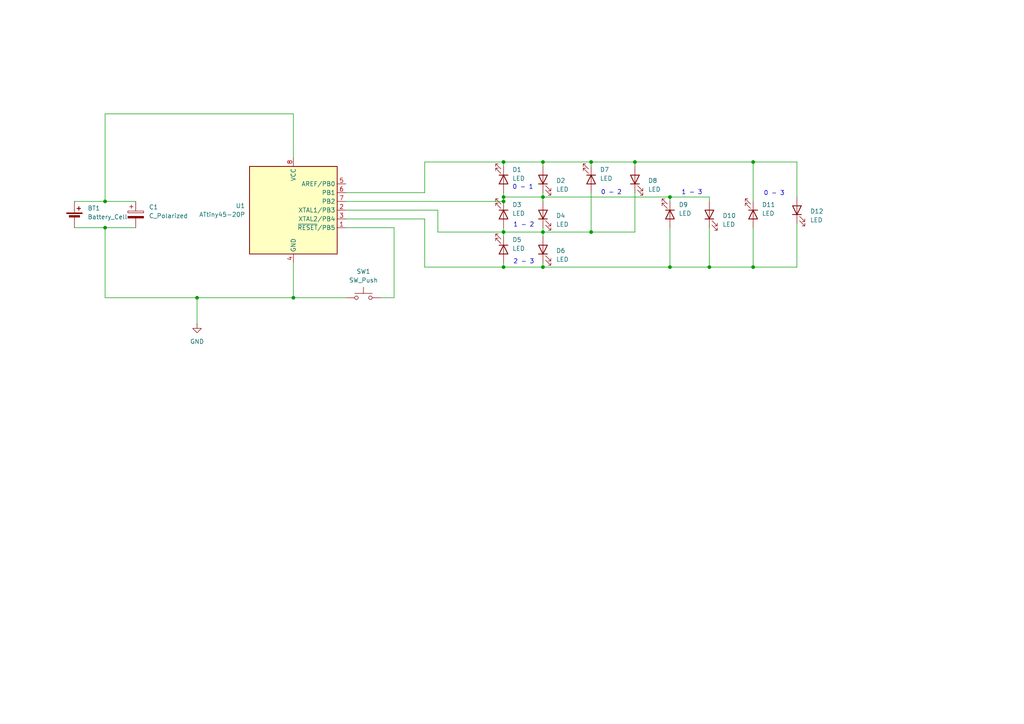
<source format=kicad_sch>
(kicad_sch (version 20231120) (generator "eeschema") (generator_version "8.0")
  (paper "A4")
  (lib_symbols
    (symbol "Device:Battery_Cell" (pin_numbers hide) (pin_names (offset 0) hide)
      (property "Reference" "BT" (at 2.54 2.54 0))
      (property "Value" "Battery_Cell" (at 2.54 0 0))
      (symbol "Battery_Cell_0_1"
        (rectangle (start -2.286 1.778) (end 2.286 1.524) (fill (type outline)))
        (rectangle (start -1.524 1.016) (end 1.524 0.508) (fill (type outline)))
        (polyline (pts (xy 0 0.762) (xy 0 0)))
        (polyline (pts (xy 0 1.778) (xy 0 2.54)))
        (polyline (pts (xy 0.762 3.048) (xy 1.778 3.048)) (stroke (width 0.254)))
        (polyline (pts (xy 1.27 3.556) (xy 1.27 2.54)) (stroke (width 0.254)))
      )
      (symbol "Battery_Cell_1_1"
        (pin passive line (at 0 5.08 270) (length 2.54) (name "+") (number "1"))
        (pin passive line (at 0 -2.54 90) (length 2.54) (name "-") (number "2"))
      )
    )
    (symbol "Device:C_Polarized" (pin_numbers hide) (pin_names (offset 0.254))
      (property "Reference" "C" (at 0.635 2.54 0))
      (property "Value" "C_Polarized" (at 0.635 -2.54 0))
      (symbol "C_Polarized_0_1"
        (rectangle (start -2.286 0.508) (end 2.286 1.016))
        (polyline (pts (xy -1.778 2.286) (xy -0.762 2.286)))
        (polyline (pts (xy -1.27 2.794) (xy -1.27 1.778)))
        (rectangle (start 2.286 -0.508) (end -2.286 -1.016) (fill (type outline)))
      )
      (symbol "C_Polarized_1_1"
        (pin passive line (at 0 3.81 270) (length 2.794) (name "~") (number "1"))
        (pin passive line (at 0 -3.81 90) (length 2.794) (name "~") (number "2"))
      )
    )
    (symbol "Device:LED" (pin_numbers hide) (pin_names (offset 1.016) hide)
      (property "Reference" "D" (at 0 2.54 0))
      (property "Value" "LED" (at 0 -2.54 0))
      (symbol "LED_0_1"
        (polyline (pts (xy -1.27 -1.27) (xy -1.27 1.27)) (stroke (width 0.254)))
        (polyline (pts (xy -1.27 0) (xy 1.27 0)))
        (polyline (pts (xy 1.27 -1.27) (xy 1.27 1.27) (xy -1.27 0) (xy 1.27 -1.27)) (stroke (width 0.254)))
        (polyline (pts (xy -3.048 -0.762) (xy -4.572 -2.286) (xy -3.81 -2.286) (xy -4.572 -2.286) (xy -4.572 -1.524)))
        (polyline (pts (xy -1.778 -0.762) (xy -3.302 -2.286) (xy -2.54 -2.286) (xy -3.302 -2.286) (xy -3.302 -1.524)))
      )
      (symbol "LED_1_1"
        (pin passive line (at -3.81 0 0) (length 2.54) (name "K") (number "1"))
        (pin passive line (at 3.81 0 180) (length 2.54) (name "A") (number "2"))
      )
    )
    (symbol "MCU_Microchip_ATtiny:ATtiny45-20P"
      (property "Reference" "U" (at -12.7 13.97 0))
      (property "Value" "ATtiny45-20P" (at 2.54 -13.97 0))
      (symbol "ATtiny45-20P_0_1"
        (rectangle (start -12.7 -12.7) (end 12.7 12.7) (stroke (width 0.254)) (fill (type background)))
      )
      (symbol "ATtiny45-20P_1_1"
        (pin bidirectional line (at 15.24 -5.08 180) (length 2.54) (name "~{RESET}/PB5") (number "1"))
        (pin bidirectional line (at 15.24 0 180) (length 2.54) (name "XTAL1/PB3") (number "2"))
        (pin bidirectional line (at 15.24 -2.54 180) (length 2.54) (name "XTAL2/PB4") (number "3"))
        (pin power_in line (at 0 -15.24 90) (length 2.54) (name "GND") (number "4"))
        (pin bidirectional line (at 15.24 7.62 180) (length 2.54) (name "AREF/PB0") (number "5"))
        (pin bidirectional line (at 15.24 5.08 180) (length 2.54) (name "PB1") (number "6"))
        (pin bidirectional line (at 15.24 2.54 180) (length 2.54) (name "PB2") (number "7"))
        (pin power_in line (at 0 15.24 270) (length 2.54) (name "VCC") (number "8"))
      )
    )
    (symbol "Switch:SW_Push" (pin_numbers hide) (pin_names (offset 1.016) hide)
      (property "Reference" "SW" (at 1.27 2.54 0))
      (property "Value" "SW_Push" (at 0 -1.524 0))
      (symbol "SW_Push_0_1"
        (circle (center -2.032 0) (radius 0.508))
        (polyline (pts (xy 0 1.27) (xy 0 3.048)))
        (polyline (pts (xy 2.54 1.27) (xy -2.54 1.27)))
        (circle (center 2.032 0) (radius 0.508))
        (pin passive line (at -5.08 0 0) (length 2.54) (name "1") (number "1"))
        (pin passive line (at 5.08 0 180) (length 2.54) (name "2") (number "2"))
      )
    )
    (symbol "power:GND" (power) (pin_numbers hide) (pin_names (offset 0) hide)
      (property "Value" "GND" (at 0 -3.81 0))
      (symbol "GND_0_1"
        (polyline (pts (xy 0 0) (xy 0 -1.27) (xy 1.27 -1.27) (xy 0 -2.54) (xy -1.27 -1.27) (xy 0 -1.27)))
      )
      (symbol "GND_1_1"
        (pin power_in line (at 0 0 270) (length 0) (name "~") (number "1"))
      )
    )
  )
  (junction (at 194.31 57.15))
  (junction (at 146.05 57.15))
  (junction (at 218.44 46.99))
  (junction (at 157.48 46.99))
  (junction (at 146.05 77.47))
  (junction (at 171.45 67.31))
  (junction (at 157.48 77.47))
  (junction (at 85.09 86.36))
  (junction (at 30.48 66.04))
  (junction (at 57.15 86.36))
  (junction (at 146.05 46.99))
  (junction (at 205.74 77.47))
  (junction (at 30.48 58.42))
  (junction (at 184.15 46.99))
  (junction (at 146.05 67.31))
  (junction (at 171.45 46.99))
  (junction (at 157.48 67.31))
  (junction (at 194.31 77.47))
  (junction (at 146.05 58.42))
  (junction (at 218.44 77.47))
  (junction (at 157.48 57.15))
  (wire (pts (xy 123.19 46.99) (xy 146.05 46.99)))
  (wire (pts (xy 30.48 66.04) (xy 39.37 66.04)))
  (wire (pts (xy 184.15 67.31) (xy 171.45 67.31)))
  (wire (pts (xy 30.48 58.42) (xy 39.37 58.42)))
  (wire (pts (xy 127 60.96) (xy 127 67.31)))
  (wire (pts (xy 123.19 77.47) (xy 146.05 77.47)))
  (wire (pts (xy 184.15 55.88) (xy 184.15 67.31)))
  (wire (pts (xy 57.15 86.36) (xy 57.15 93.98)))
  (wire (pts (xy 57.15 86.36) (xy 85.09 86.36)))
  (wire (pts (xy 85.09 33.02) (xy 85.09 45.72)))
  (wire (pts (xy 171.45 48.26) (xy 171.45 46.99)))
  (wire (pts (xy 184.15 48.26) (xy 184.15 46.99)))
  (wire (pts (xy 21.59 58.42) (xy 30.48 58.42)))
  (wire (pts (xy 123.19 63.5) (xy 100.33 63.5)))
  (wire (pts (xy 157.48 58.42) (xy 157.48 57.15)))
  (wire (pts (xy 157.48 46.99) (xy 146.05 46.99)))
  (wire (pts (xy 114.3 66.04) (xy 114.3 86.36)))
  (wire (pts (xy 231.14 64.77) (xy 231.14 77.47)))
  (wire (pts (xy 146.05 67.31) (xy 157.48 67.31)))
  (wire (pts (xy 30.48 58.42) (xy 30.48 33.02)))
  (wire (pts (xy 205.74 58.42) (xy 205.74 57.15)))
  (wire (pts (xy 157.48 76.2) (xy 157.48 77.47)))
  (wire (pts (xy 194.31 77.47) (xy 205.74 77.47)))
  (wire (pts (xy 146.05 77.47) (xy 146.05 76.2)))
  (wire (pts (xy 146.05 77.47) (xy 157.48 77.47)))
  (wire (pts (xy 146.05 55.88) (xy 146.05 57.15)))
  (wire (pts (xy 171.45 67.31) (xy 157.48 67.31)))
  (wire (pts (xy 85.09 86.36) (xy 100.33 86.36)))
  (wire (pts (xy 146.05 58.42) (xy 146.05 57.15)))
  (wire (pts (xy 157.48 77.47) (xy 194.31 77.47)))
  (wire (pts (xy 127 67.31) (xy 146.05 67.31)))
  (wire (pts (xy 218.44 58.42) (xy 218.44 46.99)))
  (wire (pts (xy 100.33 60.96) (xy 127 60.96)))
  (wire (pts (xy 30.48 66.04) (xy 30.48 86.36)))
  (wire (pts (xy 100.33 55.88) (xy 123.19 55.88)))
  (wire (pts (xy 21.59 66.04) (xy 30.48 66.04)))
  (wire (pts (xy 205.74 77.47) (xy 218.44 77.47)))
  (wire (pts (xy 218.44 46.99) (xy 231.14 46.99)))
  (wire (pts (xy 184.15 46.99) (xy 218.44 46.99)))
  (wire (pts (xy 171.45 46.99) (xy 184.15 46.99)))
  (wire (pts (xy 157.48 48.26) (xy 157.48 46.99)))
  (wire (pts (xy 146.05 68.58) (xy 146.05 67.31)))
  (wire (pts (xy 146.05 66.04) (xy 146.05 67.31)))
  (wire (pts (xy 100.33 58.42) (xy 146.05 58.42)))
  (wire (pts (xy 171.45 55.88) (xy 171.45 67.31)))
  (wire (pts (xy 85.09 86.36) (xy 85.09 76.2)))
  (wire (pts (xy 205.74 57.15) (xy 194.31 57.15)))
  (wire (pts (xy 157.48 57.15) (xy 194.31 57.15)))
  (wire (pts (xy 114.3 86.36) (xy 110.49 86.36)))
  (wire (pts (xy 100.33 66.04) (xy 114.3 66.04)))
  (wire (pts (xy 205.74 66.04) (xy 205.74 77.47)))
  (wire (pts (xy 157.48 55.88) (xy 157.48 57.15)))
  (wire (pts (xy 123.19 63.5) (xy 123.19 77.47)))
  (wire (pts (xy 146.05 48.26) (xy 146.05 46.99)))
  (wire (pts (xy 231.14 46.99) (xy 231.14 57.15)))
  (wire (pts (xy 218.44 66.04) (xy 218.44 77.47)))
  (wire (pts (xy 218.44 77.47) (xy 231.14 77.47)))
  (wire (pts (xy 146.05 57.15) (xy 157.48 57.15)))
  (wire (pts (xy 194.31 66.04) (xy 194.31 77.47)))
  (wire (pts (xy 123.19 55.88) (xy 123.19 46.99)))
  (wire (pts (xy 30.48 33.02) (xy 85.09 33.02)))
  (wire (pts (xy 157.48 67.31) (xy 157.48 66.04)))
  (wire (pts (xy 157.48 46.99) (xy 171.45 46.99)))
  (wire (pts (xy 30.48 86.36) (xy 57.15 86.36)))
  (wire (pts (xy 157.48 68.58) (xy 157.48 67.31)))
  (wire (pts (xy 194.31 58.42) (xy 194.31 57.15)))
  (text "2 - 3 " (at 152.4 75.946 0) (effects (font (size 1.27 1.27))))
  (text "0 - 2 " (at 177.8 55.88 0) (effects (font (size 1.27 1.27))))
  (text "1 - 2 " (at 152.4 65.278 0) (effects (font (size 1.27 1.27))))
  (text "1 - 3 " (at 201.168 55.88 0) (effects (font (size 1.27 1.27))))
  (text "0 - 3" (at 224.536 56.134 0) (effects (font (size 1.27 1.27))))
  (text "0 - 1 " (at 152.146 54.356 0) (effects (font (size 1.27 1.27))))
  (symbol (lib_id "Switch:SW_Push") (at 105.41 86.36 0) (unit 1)
    (property "Reference" "SW1" (at 105.41 78.74 0))
    (property "Value" "SW_Push" (at 105.41 81.28 0))
    (property "Footprint" "Button_Switch_THT:SW_PUSH_1P1T_6x3.5mm_H4.3_APEM_MJTP1243" (effects (hide yes)))
    (property "Description" "Push button switch, generic, two pins" (effects (hide yes)))
  )
  (symbol (lib_id "Device:Battery_Cell") (at 21.59 63.5 0) (unit 1)
    (property "Reference" "BT1" (at 25.4 60.3884 0) (effects (justify left)))
    (property "Value" "Battery_Cell" (at 25.4 62.9284 0) (effects (justify left)))
    (property "Footprint" "Battery:BatteryHolder_Keystone_3002_1x2032" (effects (hide yes)))
    (property "Description" "Single-cell battery" (effects (hide yes)))
  )
  (symbol (lib_id "Device:LED") (at 146.05 62.23 270) (unit 1)
    (property "Reference" "D3" (at 148.59 59.3724 90) (effects (justify left)))
    (property "Value" "LED" (at 148.59 61.9124 90) (effects (justify left)))
    (property "Footprint" "LED_THT:LED_D4.0mm" (effects (hide yes)))
    (property "Description" "Light emitting diode" (effects (hide yes)))
  )
  (symbol (lib_id "Device:LED") (at 184.15 52.07 90) (unit 1)
    (property "Reference" "D8" (at 187.96 52.3874 90) (effects (justify right)))
    (property "Value" "LED" (at 187.96 54.9274 90) (effects (justify right)))
    (property "Footprint" "LED_THT:LED_D4.0mm" (effects (hide yes)))
    (property "Description" "Light emitting diode" (effects (hide yes)))
  )
  (symbol (lib_id "Device:C_Polarized") (at 39.37 62.23 0) (unit 1)
    (property "Reference" "C1" (at 43.18 60.0709 0) (effects (justify left)))
    (property "Value" "C_Polarized" (at 43.18 62.6109 0) (effects (justify left)))
    (property "Footprint" "Capacitor_THT:C_Disc_D5.0mm_W2.5mm_P2.50mm" (effects (hide yes)))
    (property "Description" "Polarized capacitor" (effects (hide yes)))
  )
  (symbol (lib_id "Device:LED") (at 157.48 72.39 90) (unit 1)
    (property "Reference" "D6" (at 161.29 72.7074 90) (effects (justify right)))
    (property "Value" "LED" (at 161.29 75.2474 90) (effects (justify right)))
    (property "Footprint" "LED_THT:LED_D4.0mm" (effects (hide yes)))
    (property "Description" "Light emitting diode" (effects (hide yes)))
  )
  (symbol (lib_id "Device:LED") (at 205.74 62.23 90) (unit 1)
    (property "Reference" "D10" (at 209.55 62.5474 90) (effects (justify right)))
    (property "Value" "LED" (at 209.55 65.0874 90) (effects (justify right)))
    (property "Footprint" "LED_THT:LED_D4.0mm" (effects (hide yes)))
    (property "Description" "Light emitting diode" (effects (hide yes)))
  )
  (symbol (lib_id "power:GND") (at 57.15 93.98 0) (unit 1)
    (property "Reference" "#PWR01" (effects (hide yes)))
    (property "Value" "GND" (at 57.15 99.06 0))
    (property "Description" "Power symbol creates a global label with name \"GND\" , ground" (effects (hide yes)))
  )
  (symbol (lib_id "Device:LED") (at 171.45 52.07 270) (unit 1)
    (property "Reference" "D7" (at 173.99 49.2124 90) (effects (justify left)))
    (property "Value" "LED" (at 173.99 51.7524 90) (effects (justify left)))
    (property "Footprint" "LED_THT:LED_D4.0mm" (effects (hide yes)))
    (property "Description" "Light emitting diode" (effects (hide yes)))
  )
  (symbol (lib_id "Device:LED") (at 157.48 52.07 90) (unit 1)
    (property "Reference" "D2" (at 161.29 52.3874 90) (effects (justify right)))
    (property "Value" "LED" (at 161.29 54.9274 90) (effects (justify right)))
    (property "Footprint" "LED_THT:LED_D4.0mm" (effects (hide yes)))
    (property "Description" "Light emitting diode" (effects (hide yes)))
  )
  (symbol (lib_id "Device:LED") (at 146.05 72.39 270) (unit 1)
    (property "Reference" "D5" (at 148.59 69.5324 90) (effects (justify left)))
    (property "Value" "LED" (at 148.59 72.0724 90) (effects (justify left)))
    (property "Footprint" "LED_THT:LED_D4.0mm" (effects (hide yes)))
    (property "Description" "Light emitting diode" (effects (hide yes)))
  )
  (symbol (lib_id "Device:LED") (at 146.05 52.07 270) (unit 1)
    (property "Reference" "D1" (at 148.59 49.2124 90) (effects (justify left)))
    (property "Value" "LED" (at 148.59 51.7524 90) (effects (justify left)))
    (property "Footprint" "LED_THT:LED_D4.0mm" (effects (hide yes)))
    (property "Description" "Light emitting diode" (effects (hide yes)))
  )
  (symbol (lib_id "MCU_Microchip_ATtiny:ATtiny45-20P") (at 85.09 60.96 0) (unit 1)
    (property "Reference" "U1" (at 71.12 59.6899 0) (effects (justify right)))
    (property "Value" "ATtiny45-20P" (at 71.12 62.2299 0) (effects (justify right)))
    (property "Footprint" "Package_DIP:DIP-8_W7.62mm" (effects (hide yes)))
    (property "Datasheet" "http://ww1.microchip.com/downloads/en/DeviceDoc/atmel-2586-avr-8-bit-microcontroller-attiny25-attiny45-attiny85_datasheet.pdf" (effects (hide yes)))
    (property "Description" "20MHz, 4kB Flash, 256B SRAM, 256B EEPROM, debugWIRE, DIP-8" (effects (hide yes)))
  )
  (symbol (lib_id "Device:LED") (at 218.44 62.23 270) (unit 1)
    (property "Reference" "D11" (at 220.98 59.3724 90) (effects (justify left)))
    (property "Value" "LED" (at 220.98 61.9124 90) (effects (justify left)))
    (property "Footprint" "LED_THT:LED_D4.0mm" (effects (hide yes)))
    (property "Description" "Light emitting diode" (effects (hide yes)))
  )
  (symbol (lib_id "Device:LED") (at 194.31 62.23 270) (unit 1)
    (property "Reference" "D9" (at 196.85 59.3724 90) (effects (justify left)))
    (property "Value" "LED" (at 196.85 61.9124 90) (effects (justify left)))
    (property "Footprint" "LED_THT:LED_D4.0mm" (effects (hide yes)))
    (property "Description" "Light emitting diode" (effects (hide yes)))
  )
  (symbol (lib_id "Device:LED") (at 157.48 62.23 90) (unit 1)
    (property "Reference" "D4" (at 161.29 62.5474 90) (effects (justify right)))
    (property "Value" "LED" (at 161.29 65.0874 90) (effects (justify right)))
    (property "Footprint" "LED_THT:LED_D4.0mm" (effects (hide yes)))
    (property "Description" "Light emitting diode" (effects (hide yes)))
  )
  (symbol (lib_id "Device:LED") (at 231.14 60.96 90) (unit 1)
    (property "Reference" "D12" (at 234.95 61.2774 90) (effects (justify right)))
    (property "Value" "LED" (at 234.95 63.8174 90) (effects (justify right)))
    (property "Footprint" "LED_THT:LED_D4.0mm" (effects (hide yes)))
    (property "Description" "Light emitting diode" (effects (hide yes)))
  )
)
</source>
